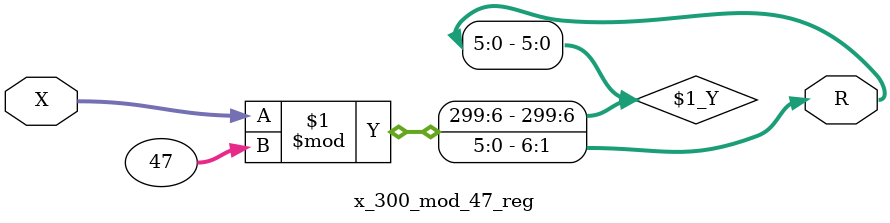
<source format=v>
module x_300_mod_47_reg(
    input [300:1] X,
    output [6:1] R
    );


assign R = X % 47;

endmodule

</source>
